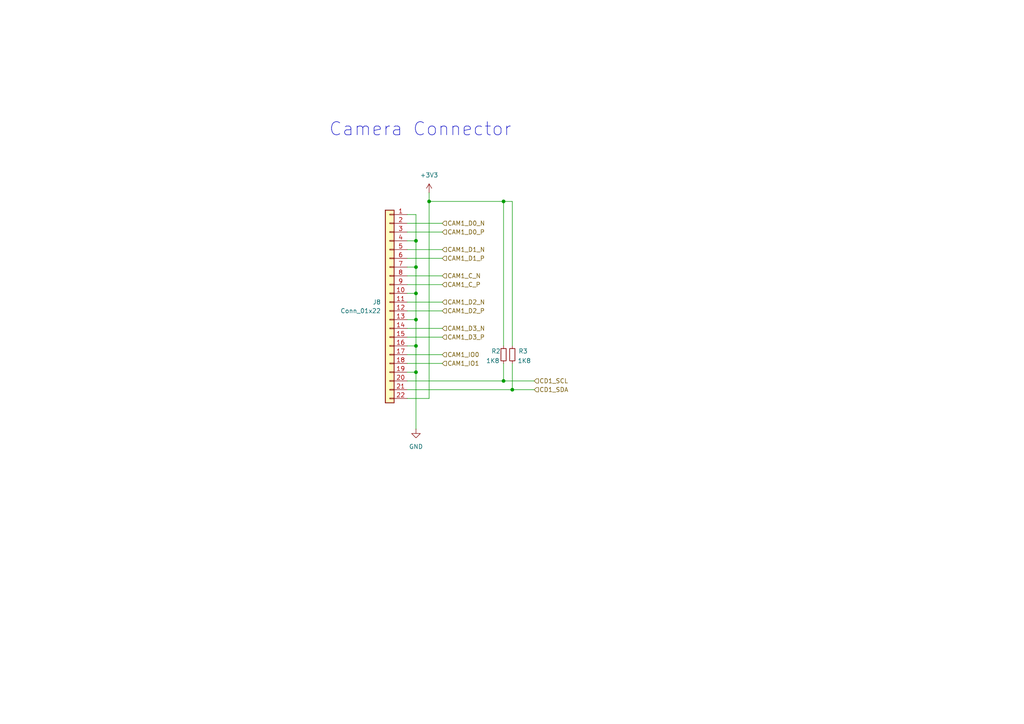
<source format=kicad_sch>
(kicad_sch (version 20231120) (generator "eeschema") (generator_version "8.0")
  (paper "A4")
  (title_block (title "Pi Compute Module 3 Minimum Viable Board") (date "2024-03-28") (rev "1") (company "Designed by: Kuro"))
  (lib_symbols
    (symbol "Connector_Generic:Conn_01x22" (pin_names (offset 1.016) hide)
      (property "Reference" "J" (at 0 27.94 0))
      (property "Value" "Conn_01x22" (at 0 -30.48 0))
      (symbol "Conn_01x22_1_1"
        (rectangle (start -1.27 -27.813) (end 0 -28.067) (stroke (width 0.1524)))
        (rectangle (start -1.27 -25.273) (end 0 -25.527) (stroke (width 0.1524)))
        (rectangle (start -1.27 -22.733) (end 0 -22.987) (stroke (width 0.1524)))
        (rectangle (start -1.27 -20.193) (end 0 -20.447) (stroke (width 0.1524)))
        (rectangle (start -1.27 -17.653) (end 0 -17.907) (stroke (width 0.1524)))
        (rectangle (start -1.27 -15.113) (end 0 -15.367) (stroke (width 0.1524)))
        (rectangle (start -1.27 -12.573) (end 0 -12.827) (stroke (width 0.1524)))
        (rectangle (start -1.27 -10.033) (end 0 -10.287) (stroke (width 0.1524)))
        (rectangle (start -1.27 -7.493) (end 0 -7.747) (stroke (width 0.1524)))
        (rectangle (start -1.27 -4.953) (end 0 -5.207) (stroke (width 0.1524)))
        (rectangle (start -1.27 -2.413) (end 0 -2.667) (stroke (width 0.1524)))
        (rectangle (start -1.27 0.127) (end 0 -0.127) (stroke (width 0.1524)))
        (rectangle (start -1.27 2.667) (end 0 2.413) (stroke (width 0.1524)))
        (rectangle (start -1.27 5.207) (end 0 4.953) (stroke (width 0.1524)))
        (rectangle (start -1.27 7.747) (end 0 7.493) (stroke (width 0.1524)))
        (rectangle (start -1.27 10.287) (end 0 10.033) (stroke (width 0.1524)))
        (rectangle (start -1.27 12.827) (end 0 12.573) (stroke (width 0.1524)))
        (rectangle (start -1.27 15.367) (end 0 15.113) (stroke (width 0.1524)))
        (rectangle (start -1.27 17.907) (end 0 17.653) (stroke (width 0.1524)))
        (rectangle (start -1.27 20.447) (end 0 20.193) (stroke (width 0.1524)))
        (rectangle (start -1.27 22.987) (end 0 22.733) (stroke (width 0.1524)))
        (rectangle (start -1.27 25.527) (end 0 25.273) (stroke (width 0.1524)))
        (rectangle (start -1.27 26.67) (end 1.27 -29.21) (stroke (width 0.254)) (fill (type background)))
        (pin passive line (at -5.08 25.4 0) (length 3.81) (name "Pin_1") (number "1"))
        (pin passive line (at -5.08 2.54 0) (length 3.81) (name "Pin_10") (number "10"))
        (pin passive line (at -5.08 0 0) (length 3.81) (name "Pin_11") (number "11"))
        (pin passive line (at -5.08 -2.54 0) (length 3.81) (name "Pin_12") (number "12"))
        (pin passive line (at -5.08 -5.08 0) (length 3.81) (name "Pin_13") (number "13"))
        (pin passive line (at -5.08 -7.62 0) (length 3.81) (name "Pin_14") (number "14"))
        (pin passive line (at -5.08 -10.16 0) (length 3.81) (name "Pin_15") (number "15"))
        (pin passive line (at -5.08 -12.7 0) (length 3.81) (name "Pin_16") (number "16"))
        (pin passive line (at -5.08 -15.24 0) (length 3.81) (name "Pin_17") (number "17"))
        (pin passive line (at -5.08 -17.78 0) (length 3.81) (name "Pin_18") (number "18"))
        (pin passive line (at -5.08 -20.32 0) (length 3.81) (name "Pin_19") (number "19"))
        (pin passive line (at -5.08 22.86 0) (length 3.81) (name "Pin_2") (number "2"))
        (pin passive line (at -5.08 -22.86 0) (length 3.81) (name "Pin_20") (number "20"))
        (pin passive line (at -5.08 -25.4 0) (length 3.81) (name "Pin_21") (number "21"))
        (pin passive line (at -5.08 -27.94 0) (length 3.81) (name "Pin_22") (number "22"))
        (pin passive line (at -5.08 20.32 0) (length 3.81) (name "Pin_3") (number "3"))
        (pin passive line (at -5.08 17.78 0) (length 3.81) (name "Pin_4") (number "4"))
        (pin passive line (at -5.08 15.24 0) (length 3.81) (name "Pin_5") (number "5"))
        (pin passive line (at -5.08 12.7 0) (length 3.81) (name "Pin_6") (number "6"))
        (pin passive line (at -5.08 10.16 0) (length 3.81) (name "Pin_7") (number "7"))
        (pin passive line (at -5.08 7.62 0) (length 3.81) (name "Pin_8") (number "8"))
        (pin passive line (at -5.08 5.08 0) (length 3.81) (name "Pin_9") (number "9"))
      )
    )
    (symbol "Device:R_Small" (pin_numbers hide) (pin_names (offset 0.254) hide)
      (property "Reference" "R" (at 0.762 0.508 0))
      (property "Value" "R_Small" (at 0.762 -1.016 0))
      (symbol "R_Small_0_1"
        (rectangle (start -0.762 1.778) (end 0.762 -1.778) (stroke (width 0.2032)))
      )
      (symbol "R_Small_1_1"
        (pin passive line (at 0 2.54 270) (length 0.762) (name "~") (number "1"))
        (pin passive line (at 0 -2.54 90) (length 0.762) (name "~") (number "2"))
      )
    )
    (symbol "power:+3V3" (power) (pin_numbers hide) (pin_names (offset 0) hide)
      (property "Value" "+3V3" (at 0 3.556 0))
      (symbol "+3V3_0_1"
        (polyline (pts (xy -0.762 1.27) (xy 0 2.54)))
        (polyline (pts (xy 0 0) (xy 0 2.54)))
        (polyline (pts (xy 0 2.54) (xy 0.762 1.27)))
      )
      (symbol "+3V3_1_1"
        (pin power_in line (at 0 0 90) (length 0) (name "~") (number "1"))
      )
    )
    (symbol "power:GND" (power) (pin_numbers hide) (pin_names (offset 0) hide)
      (property "Value" "GND" (at 0 -3.81 0))
      (symbol "GND_0_1"
        (polyline (pts (xy 0 0) (xy 0 -1.27) (xy 1.27 -1.27) (xy 0 -2.54) (xy -1.27 -1.27) (xy 0 -1.27)))
      )
      (symbol "GND_1_1"
        (pin power_in line (at 0 0 270) (length 0) (name "~") (number "1"))
      )
    )
  )
  (junction (at 146.05 110.49))
  (junction (at 120.65 69.85))
  (junction (at 146.05 58.42))
  (junction (at 148.59 113.03))
  (junction (at 120.65 107.95))
  (junction (at 124.46 58.42))
  (junction (at 120.65 100.33))
  (junction (at 120.65 77.47))
  (junction (at 120.65 92.71))
  (junction (at 120.65 85.09))
  (wire (pts (xy 118.11 69.85) (xy 120.65 69.85)))
  (wire (pts (xy 118.11 90.17) (xy 128.27 90.17)))
  (wire (pts (xy 148.59 100.33) (xy 148.59 58.42)))
  (wire (pts (xy 118.11 95.25) (xy 128.27 95.25)))
  (wire (pts (xy 120.65 69.85) (xy 120.65 77.47)))
  (wire (pts (xy 118.11 115.57) (xy 124.46 115.57)))
  (wire (pts (xy 118.11 92.71) (xy 120.65 92.71)))
  (wire (pts (xy 124.46 58.42) (xy 124.46 55.88)))
  (wire (pts (xy 146.05 105.41) (xy 146.05 110.49)))
  (wire (pts (xy 118.11 74.93) (xy 128.27 74.93)))
  (wire (pts (xy 118.11 62.23) (xy 120.65 62.23)))
  (wire (pts (xy 118.11 85.09) (xy 120.65 85.09)))
  (wire (pts (xy 120.65 107.95) (xy 120.65 124.46)))
  (wire (pts (xy 120.65 100.33) (xy 120.65 107.95)))
  (wire (pts (xy 118.11 107.95) (xy 120.65 107.95)))
  (wire (pts (xy 146.05 58.42) (xy 124.46 58.42)))
  (wire (pts (xy 118.11 67.31) (xy 128.27 67.31)))
  (wire (pts (xy 118.11 82.55) (xy 128.27 82.55)))
  (wire (pts (xy 120.65 85.09) (xy 120.65 92.71)))
  (wire (pts (xy 118.11 100.33) (xy 120.65 100.33)))
  (wire (pts (xy 118.11 87.63) (xy 128.27 87.63)))
  (wire (pts (xy 118.11 77.47) (xy 120.65 77.47)))
  (wire (pts (xy 118.11 64.77) (xy 128.27 64.77)))
  (wire (pts (xy 148.59 58.42) (xy 146.05 58.42)))
  (wire (pts (xy 120.65 92.71) (xy 120.65 100.33)))
  (wire (pts (xy 120.65 77.47) (xy 120.65 85.09)))
  (wire (pts (xy 148.59 105.41) (xy 148.59 113.03)))
  (wire (pts (xy 148.59 113.03) (xy 154.94 113.03)))
  (wire (pts (xy 120.65 62.23) (xy 120.65 69.85)))
  (wire (pts (xy 118.11 97.79) (xy 128.27 97.79)))
  (wire (pts (xy 118.11 72.39) (xy 128.27 72.39)))
  (wire (pts (xy 118.11 110.49) (xy 146.05 110.49)))
  (wire (pts (xy 118.11 105.41) (xy 128.27 105.41)))
  (wire (pts (xy 118.11 102.87) (xy 128.27 102.87)))
  (wire (pts (xy 118.11 80.01) (xy 128.27 80.01)))
  (wire (pts (xy 146.05 110.49) (xy 154.94 110.49)))
  (wire (pts (xy 146.05 100.33) (xy 146.05 58.42)))
  (wire (pts (xy 124.46 115.57) (xy 124.46 58.42)))
  (wire (pts (xy 118.11 113.03) (xy 148.59 113.03)))
  (text "Camera Connector" (at 121.92 37.592 0) (effects (font (size 3.81 3.81))))
  (hierarchical_label "CAM1_D2_P" (shape input) (at 128.27 90.17 0))
  (hierarchical_label "CD1_SCL" (shape input) (at 154.94 110.49 0))
  (hierarchical_label "CAM1_D0_P" (shape input) (at 128.27 67.31 0))
  (hierarchical_label "CAM1_D2_N" (shape input) (at 128.27 87.63 0))
  (hierarchical_label "CAM1_IO1" (shape input) (at 128.27 105.41 0))
  (hierarchical_label "CAM1_D1_N" (shape input) (at 128.27 72.39 0))
  (hierarchical_label "CAM1_C_P" (shape input) (at 128.27 82.55 0))
  (hierarchical_label "CD1_SDA" (shape input) (at 154.94 113.03 0))
  (hierarchical_label "CAM1_D3_N" (shape input) (at 128.27 95.25 0))
  (hierarchical_label "CAM1_C_N" (shape input) (at 128.27 80.01 0))
  (hierarchical_label "CAM1_IO0" (shape input) (at 128.27 102.87 0))
  (hierarchical_label "CAM1_D3_P" (shape input) (at 128.27 97.79 0))
  (hierarchical_label "CAM1_D1_P" (shape input) (at 128.27 74.93 0))
  (hierarchical_label "CAM1_D0_N" (shape input) (at 128.27 64.77 0))
  (symbol (lib_id "power:GND") (at 120.65 124.46 0) (unit 1)
    (property "Reference" "#PWR037" (effects (hide yes)))
    (property "Value" "GND" (at 120.65 129.54 0))
    (property "Description" "Power symbol creates a global label with name \"GND\" , ground" (effects (hide yes)))
  )
  (symbol (lib_id "Device:R_Small") (at 148.59 102.87 0) (unit 1)
    (property "Reference" "R3" (at 150.368 101.854 0) (effects (justify left)))
    (property "Value" "1K8" (at 150.114 104.648 0) (effects (justify left)))
    (property "Footprint" "Capacitor_SMD:C_0805_2012Metric" (effects (hide yes)))
    (property "Description" "Resistor, small symbol" (effects (hide yes)))
  )
  (symbol (lib_id "Connector_Generic:Conn_01x22") (at 113.03 87.63 0) (mirror y) (unit 1)
    (property "Reference" "J8" (at 110.49 87.6299 0) (effects (justify left)))
    (property "Value" "Conn_01x22" (at 110.49 90.1699 0) (effects (justify left)))
    (property "Description" "Generic connector, single row, 01x22, script generated (kicad-library-utils/schlib/autogen/connector/)" (effects (hide yes)))
  )
  (symbol (lib_id "power:+3V3") (at 124.46 55.88 0) (unit 1)
    (property "Reference" "#PWR036" (effects (hide yes)))
    (property "Value" "+3V3" (at 124.46 50.8 0))
    (property "Description" "Power symbol creates a global label with name \"+3V3\"" (effects (hide yes)))
  )
  (symbol (lib_id "Device:R_Small") (at 146.05 102.87 0) (unit 1)
    (property "Reference" "R2" (at 142.494 101.854 0) (effects (justify left)))
    (property "Value" "1K8" (at 140.97 104.648 0) (effects (justify left)))
    (property "Footprint" "Capacitor_SMD:C_0805_2012Metric" (effects (hide yes)))
    (property "Description" "Resistor, small symbol" (effects (hide yes)))
  )
)
</source>
